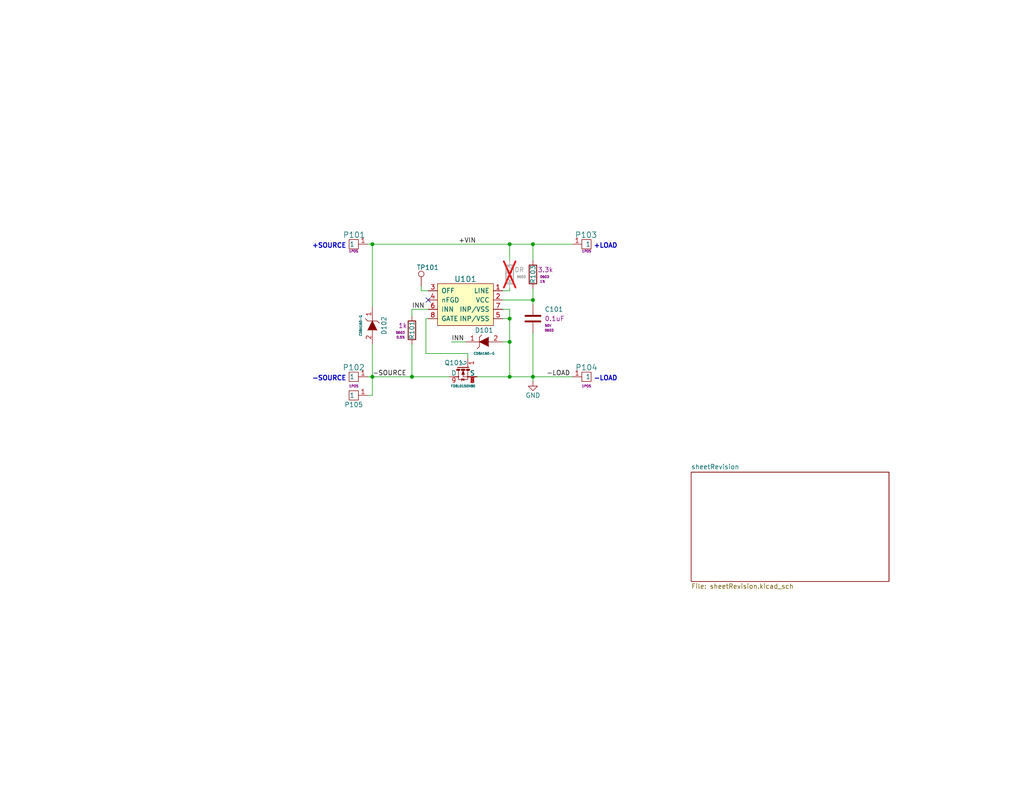
<source format=kicad_sch>
(kicad_sch (version 20231120) (generator "eeschema") (generator_version "8.0")
  (paper "A")
  (title_block (date "2022-07-25") (rev "A0") (company "simple-ee.com"))
  (lib_symbols
    (symbol "Capacitor_0603:C0603C104K5RACAUTO" (pin_numbers hide) (pin_names (offset 0.254))
      (property "Reference" "C" (at 0.635 2.54 0))
      (property "P_Value" "0.1uF" (at 5.08 0 0))
      (property "P_Rating_U" "50V" (at 1.905 -2.54 0))
      (property "Package" "0603" (at 2.54 -3.81 0))
      (symbol "C0603C104K5RACAUTO_0_1"
        (polyline (pts (xy -2.032 -0.762) (xy 2.032 -0.762)) (stroke (width 0.508)))
        (polyline (pts (xy -2.032 0.762) (xy 2.032 0.762)) (stroke (width 0.508)))
      )
      (symbol "C0603C104K5RACAUTO_1_1"
        (pin passive line (at 0 3.81 270) (length 2.794) (name "~") (number "1"))
        (pin passive line (at 0 -3.81 90) (length 2.794) (name "~") (number "2"))
      )
    )
    (symbol "Connectors:TH_1POS_12MM_M5" (pin_names (offset 1.016))
      (property "Reference" "P" (at 0 2.54 0))
      (property "P_Value" "1POS" (at 0 -2.54 0))
      (symbol "TH_1POS_12MM_M5_0_1"
        (rectangle (start -1.27 1.27) (end 1.27 -1.27))
      )
      (symbol "TH_1POS_12MM_M5_1_1"
        (pin input line (at 3.81 0 180) (length 2.54) (name "1") (number "1"))
      )
    )
    (symbol "Connectors:TH_1POS_3.4MM_M3" (pin_names (offset 1.016))
      (property "Reference" "P" (at 0 2.54 0))
      (property "P_Value" "1POS" (at 0 -2.54 0))
      (symbol "TH_1POS_3.4MM_M3_0_1"
        (rectangle (start -1.27 1.27) (end 1.27 -1.27))
      )
      (symbol "TH_1POS_3.4MM_M3_1_1"
        (pin input line (at 3.81 0 180) (length 2.54) (name "1") (number "1"))
      )
    )
    (symbol "Diodes:CDBA160-G" (pin_names (offset 1.016) hide)
      (property "Reference" "D" (at 0.635 2.54 0))
      (property "Value" "CDBA160-G" (at 0 -2.54 0))
      (symbol "CDBA160-G_0_1"
        (polyline (pts (xy -1.27 -1.27) (xy -1.905 -1.905)))
        (polyline (pts (xy -1.27 1.27) (xy -1.27 -1.27)) (stroke (width 0.1524)))
        (polyline (pts (xy -1.27 1.27) (xy -0.635 1.905)))
        (polyline (pts (xy 1.27 1.27) (xy -1.27 0) (xy 1.27 -1.27)) (fill (type outline)))
      )
      (symbol "CDBA160-G_1_1"
        (pin passive line (at -5.08 0 0) (length 3.81) (name "K") (number "1"))
        (pin passive line (at 5.08 0 180) (length 3.81) (name "A") (number "2"))
      )
    )
    (symbol "Heatsinks:Heatsink_28x28x10mm" (pin_names (offset 1.016))
      (property "Reference" "P" (at -1.27 3.81 0))
      (property "P_Value" "1POS" (at -1.27 -1.27 0))
      (symbol "Heatsink_28x28x10mm_0_1"
        (rectangle (start -2.54 2.54) (end 0 0))
      )
      (symbol "Heatsink_28x28x10mm_1_1"
        (pin input line (at 2.54 1.27 180) (length 2.54) (name "1") (number "1"))
      )
    )
    (symbol "OR-ing_Controller:LM5051MAX_NOPB" (pin_names (offset 1.016))
      (property "Reference" "U" (at 0 15.875 0))
      (symbol "LM5051MAX_NOPB_0_1"
        (rectangle (start -7.62 5.715) (end 7.62 -5.715) (fill (type background)))
      )
      (symbol "LM5051MAX_NOPB_1_1"
        (pin power_in line (at 10.16 3.81 180) (length 2.54) (name "LINE") (number "1"))
        (pin power_in line (at 10.16 1.27 180) (length 2.54) (name "VCC") (number "2"))
        (pin input line (at -10.16 3.81 0) (length 2.54) (name "OFF") (number "3"))
        (pin input line (at -10.16 1.27 0) (length 2.54) (name "nFGD") (number "4"))
        (pin input line (at 10.16 -3.81 180) (length 2.54) (name "INP/VSS") (number "5"))
        (pin input line (at -10.16 -1.27 0) (length 2.54) (name "INN") (number "6"))
        (pin input line (at 10.16 -1.27 180) (length 2.54) (name "INP/VSS") (number "7"))
        (pin input line (at -10.16 -3.81 0) (length 2.54) (name "GATE") (number "8"))
      )
    )
    (symbol "Resistors_0603:RC0603FR-073K3L" (pin_numbers hide) (pin_names (offset 0))
      (property "Reference" "R" (at 0 0 90))
      (property "P_Value" "3.3k" (at 2.54 0 90))
      (property "Package" "0603" (at -1.905 0 90))
      (symbol "RC0603FR-073K3L_0_1"
        (rectangle (start -1.016 -2.54) (end 1.016 2.54) (stroke (width 0.254)))
      )
      (symbol "RC0603FR-073K3L_1_1"
        (pin passive line (at 0 3.81 270) (length 1.27) (name "~") (number "1"))
        (pin passive line (at 0 -3.81 90) (length 1.27) (name "~") (number "2"))
      )
    )
    (symbol "Resistors_0603:RMCF0603ZT0R00" (pin_numbers hide) (pin_names (offset 0))
      (property "Reference" "R" (at 0 0 90))
      (property "P_Value" "0R" (at 2.54 0 90))
      (property "Package" "0603" (at -1.905 0 90))
      (symbol "RMCF0603ZT0R00_0_1"
        (rectangle (start -1.016 -2.54) (end 1.016 2.54) (stroke (width 0.254)))
      )
      (symbol "RMCF0603ZT0R00_1_1"
        (pin passive line (at 0 3.81 270) (length 1.27) (name "~") (number "1"))
        (pin passive line (at 0 -3.81 90) (length 1.27) (name "~") (number "2"))
      )
    )
    (symbol "Resistors_0603:RR0816P-102-D" (pin_numbers hide) (pin_names (offset 0))
      (property "Reference" "R" (at 0 0 90))
      (property "P_Value" "1k" (at 2.54 0 90))
      (property "Package" "0603" (at -1.905 0 90))
      (symbol "RR0816P-102-D_0_1"
        (rectangle (start -1.016 -2.54) (end 1.016 2.54) (stroke (width 0.254)))
      )
      (symbol "RR0816P-102-D_1_1"
        (pin passive line (at 0 3.81 270) (length 1.27) (name "~") (number "1"))
        (pin passive line (at 0 -3.81 90) (length 1.27) (name "~") (number "2"))
      )
    )
    (symbol "TestPoint:TestPoint_D1MM" (pin_numbers hide) (pin_names (offset 0.762) hide)
      (property "Reference" "TP" (at 0 6.858 0))
      (property "Value" "TestPoint_D1MM" (at 0 5.08 0))
      (symbol "TestPoint_D1MM_0_1"
        (circle (center 0 3.302) (radius 0.762))
      )
      (symbol "TestPoint_D1MM_1_1"
        (pin passive line (at 0 0 90) (length 2.54) (name "1") (number "1"))
      )
    )
    (symbol "Transistors:FDBL0150N80" (pin_names (offset 0))
      (property "Reference" "Q" (at 5.08 1.905 0))
      (property "Value" "FDBL0150N80" (at 5.08 0 0))
      (symbol "FDBL0150N80_0_1"
        (polyline (pts (xy 0.635 -1.016) (xy 0.635 -1.651)) (stroke (width 0.508)))
        (polyline (pts (xy 0.635 0.381) (xy 0.635 -0.381)) (stroke (width 0.508)))
        (polyline (pts (xy 0.635 1.651) (xy 0.635 1.016)) (stroke (width 0.508)))
        (polyline (pts (xy 3.048 0.381) (xy 2.921 0.254)))
        (polyline (pts (xy 3.048 0.381) (xy 3.556 0.381)))
        (polyline (pts (xy 3.556 0.381) (xy 3.683 0.508)))
        (polyline (pts (xy 0 1.524) (xy 0 -1.524) (xy 0 -1.524)) (stroke (width 0.254)))
        (polyline (pts (xy 0.762 -1.27) (xy 2.54 -1.27) (xy 2.54 -2.54) (xy 2.54 -2.54)))
        (polyline (pts (xy 0.762 1.27) (xy 2.54 1.27) (xy 2.54 2.54) (xy 2.54 2.54)))
        (polyline (pts (xy 2.54 1.27) (xy 3.302 1.27) (xy 3.302 -1.27) (xy 2.54 -1.27)))
        (polyline (pts (xy 3.302 0.381) (xy 3.048 -0.254) (xy 3.556 -0.254) (xy 3.302 0.381)) (fill (type outline)))
        (polyline (pts (xy 0.762 0) (xy 1.27 0) (xy 2.54 0) (xy 2.54 -1.27) (xy 2.54 -1.27)))
        (polyline (pts (xy 0.889 0) (xy 1.905 0.381) (xy 1.905 -0.381) (xy 0.889 0) (xy 1.016 0) (xy 1.016 0)) (fill (type outline)))
        (circle (center 2.54 -1.27) (radius 0.127))
        (circle (center 2.54 1.27) (radius 0.127))
      )
      (symbol "FDBL0150N80_1_1"
        (pin passive line (at -2.54 -1.27 0) (length 2.54) (name "G") (number "1"))
        (pin passive line (at 2.54 -3.81 90) (length 2.54) (name "S") (number "2"))
        (pin passive line (at 2.54 -3.81 90) (length 2.54) (name "S") (number "3"))
        (pin passive line (at 2.54 -3.81 90) (length 2.54) (name "S") (number "4"))
        (pin passive line (at 2.54 -3.81 90) (length 2.54) (name "S") (number "5"))
        (pin passive line (at 2.54 -3.81 90) (length 2.54) (name "S") (number "6"))
        (pin passive line (at 2.54 -3.81 90) (length 2.54) (name "S") (number "7"))
        (pin passive line (at 2.54 -3.81 90) (length 2.54) (name "S") (number "8"))
        (pin passive line (at 2.54 3.81 270) (length 2.54) (name "D") (number "9"))
      )
    )
    (symbol "power:GND" (power) (pin_names (offset 0))
      (property "Value" "GND" (at 0 -3.81 0))
      (symbol "GND_0_1"
        (polyline (pts (xy 0 0) (xy 0 -1.27) (xy 1.27 -1.27) (xy 0 -2.54) (xy -1.27 -1.27) (xy 0 -1.27)))
      )
      (symbol "GND_1_1"
        (pin power_in line (at 0 0 270) (length 0) hide (name "GND") (number "1"))
      )
    )
  )
  (junction (at 145.415 102.87))
  (junction (at 112.395 102.87))
  (junction (at 139.065 102.87))
  (junction (at 145.415 81.915))
  (junction (at 101.6 66.675))
  (junction (at 139.065 66.675))
  (junction (at 145.415 66.675))
  (junction (at 139.065 86.995))
  (junction (at 139.065 93.345))
  (junction (at 101.6 102.87))
  (no_connect (at 116.84 81.915))
  (wire (pts (xy 139.065 78.74) (xy 139.065 79.375)))
  (wire (pts (xy 139.065 102.87) (xy 145.415 102.87)))
  (wire (pts (xy 101.6 93.98) (xy 101.6 102.87)))
  (wire (pts (xy 116.205 96.52) (xy 127.635 96.52)))
  (wire (pts (xy 101.6 66.675) (xy 101.6 83.82)))
  (wire (pts (xy 139.065 84.455) (xy 139.065 86.995)))
  (wire (pts (xy 145.415 66.675) (xy 156.21 66.675)))
  (wire (pts (xy 145.415 90.805) (xy 145.415 102.87)))
  (wire (pts (xy 101.6 107.95) (xy 101.6 102.87)))
  (wire (pts (xy 139.065 79.375) (xy 137.16 79.375)))
  (wire (pts (xy 139.065 102.87) (xy 139.065 93.345)))
  (wire (pts (xy 114.935 78.105) (xy 114.935 79.375)))
  (wire (pts (xy 145.415 81.915) (xy 145.415 83.185)))
  (wire (pts (xy 116.84 86.995) (xy 116.205 86.995)))
  (wire (pts (xy 100.33 66.675) (xy 101.6 66.675)))
  (wire (pts (xy 101.6 102.87) (xy 112.395 102.87)))
  (wire (pts (xy 112.395 102.87) (xy 122.555 102.87)))
  (wire (pts (xy 123.19 93.345) (xy 127 93.345)))
  (wire (pts (xy 137.16 81.915) (xy 145.415 81.915)))
  (wire (pts (xy 139.065 66.675) (xy 139.065 71.12)))
  (wire (pts (xy 127.635 96.52) (xy 127.635 97.79)))
  (wire (pts (xy 139.065 93.345) (xy 139.065 86.995)))
  (wire (pts (xy 137.16 84.455) (xy 139.065 84.455)))
  (wire (pts (xy 145.415 102.87) (xy 145.415 104.14)))
  (wire (pts (xy 130.175 102.87) (xy 139.065 102.87)))
  (wire (pts (xy 101.6 66.675) (xy 139.065 66.675)))
  (wire (pts (xy 114.935 79.375) (xy 116.84 79.375)))
  (wire (pts (xy 145.415 81.915) (xy 145.415 78.74)))
  (wire (pts (xy 112.395 84.455) (xy 112.395 86.36)))
  (wire (pts (xy 139.065 86.995) (xy 137.16 86.995)))
  (wire (pts (xy 116.205 86.995) (xy 116.205 96.52)))
  (wire (pts (xy 112.395 93.98) (xy 112.395 102.87)))
  (wire (pts (xy 145.415 66.675) (xy 139.065 66.675)))
  (wire (pts (xy 137.16 93.345) (xy 139.065 93.345)))
  (wire (pts (xy 100.33 102.87) (xy 101.6 102.87)))
  (wire (pts (xy 145.415 102.87) (xy 156.21 102.87)))
  (wire (pts (xy 112.395 84.455) (xy 116.84 84.455)))
  (wire (pts (xy 145.415 71.12) (xy 145.415 66.675)))
  (wire (pts (xy 100.33 107.95) (xy 101.6 107.95)))
  (text "-LOAD" (at 161.925 104.14 0) (effects (font (size 1.27 1.27) (thickness 0.254) (bold yes)) (justify left bottom)))
  (text "+LOAD" (at 161.925 67.945 0) (effects (font (size 1.27 1.27) (thickness 0.254) (bold yes)) (justify left bottom)))
  (text "-SOURCE" (at 85.09 104.14 0) (effects (font (size 1.27 1.27) (thickness 0.254) (bold yes)) (justify left bottom)))
  (text "+SOURCE" (at 85.09 67.945 0) (effects (font (size 1.27 1.27) (thickness 0.254) (bold yes)) (justify left bottom)))
  (label "-SOURCE" (at 101.6 102.87 0))
  (label "INN" (at 112.395 84.455 0))
  (label "+VIN" (at 125.095 66.675 0))
  (label "-LOAD" (at 155.575 102.87 180))
  (label "INN" (at 123.19 93.345 0))
  (symbol (lib_id "Transistors:FDBL0150N80") (at 126.365 100.33 90) (mirror x) (unit 1)
    (property "Reference" "Q101" (at 123.825 99.06 90))
    (property "Value" "FDBL0150N80" (at 126.365 105.41 90) (effects (font (size 0.635 0.635))))
    (property "Footprint" "HPSOF:HPSOF-8" (effects (hide yes)))
    (property "Manufacturer" "onsemi" (effects (hide yes)))
    (property "P_Value" "NMOS" (effects (hide yes)))
    (property "P_Rating" "80V/300A" (effects (hide yes)))
    (property "Package" "HPSOF-8" (effects (hide yes)))
    (property "P_Digikey" "FDBL0150N80CT-ND" (effects (hide yes)))
  )
  (symbol (lib_id "Capacitor_0603:C0603C104K5RACAUTO") (at 145.415 86.995 0) (unit 1)
    (property "Reference" "C101" (at 148.59 84.4549 0) (effects (justify left)))
    (property "Value" "C0603C104K5RACAUTO" (effects (hide yes)))
    (property "Footprint" "Passives:C_0603_Handsolder" (effects (hide yes)))
    (property "Manufacturer" "KEMET" (effects (hide yes)))
    (property "P_Value" "0.1uF" (at 148.59 86.9949 0) (effects (justify left)))
    (property "P_Rating_U" "50V" (at 148.59 88.9 0) (effects (font (size 0.635 0.635)) (justify left)))
    (property "P_Tolerance" "X7R" (effects (hide yes)))
    (property "Package" "0603" (at 148.59 90.17 0) (effects (font (size 0.635 0.635)) (justify left)))
  )
  (symbol (lib_id "power:GND") (at 145.415 104.14 0) (unit 1)
    (property "Reference" "#PWR0101" (effects (hide yes)))
    (property "Value" "GND" (at 145.415 107.95 0))
  )
  (symbol (lib_id "Connectors:TH_1POS_3.4MM_M3") (at 96.52 66.675 0) (mirror x) (unit 1)
    (property "Reference" "P101" (at 99.695 64.135 0) (effects (font (size 1.524 1.524)) (justify right)))
    (property "Value" "TH_1POS_3.4MM_M3" (effects (hide yes)))
    (property "Footprint" "Connectors_sg:TH_1POS_3.4MMxM3" (effects (hide yes)))
    (property "Manufacturer" "CUSTOM" (effects (hide yes)))
    (property "P_Value" "1POS" (at 97.79 68.58 0) (effects (font (size 0.635 0.635)) (justify right)))
    (property "P_Rating_U" "##" (effects (hide yes)))
    (property "P_Tolerance" "10MM" (effects (hide yes)))
    (property "Package" "TH_M6" (effects (hide yes)))
  )
  (symbol (lib_id "Diodes:CDBA160-G") (at 101.6 88.9 270) (unit 1)
    (property "Reference" "D102" (at 104.775 88.9 0))
    (property "Value" "CDBA160-G" (at 98.425 88.9 0) (effects (font (size 0.635 0.635))))
    (property "Footprint" "Diodes:D_SMA" (effects (hide yes)))
    (property "Manufacturer" "Comchip Technology" (effects (hide yes)))
    (property "P_Value" "Schottky" (effects (hide yes)))
    (property "P_Rating" "60V, 1A" (effects (hide yes)))
    (property "P_Tolerance" "0.700V" (effects (hide yes)))
    (property "Package" "SMA" (effects (hide yes)))
    (property "P_Digikey" "641-1092-1-ND" (effects (hide yes)))
  )
  (symbol (lib_id "Heatsinks:Heatsink_28x28x10mm") (at 97.79 109.22 0) (unit 1)
    (property "Reference" "P105" (at 96.52 110.49 0))
    (property "Value" "Heatsink_28x28x10mm" (effects (hide yes)))
    (property "Footprint" "Heatsinks_sg:Heatsink_28x28x10mm" (effects (hide yes)))
    (property "Manufacturer" "###" (effects (hide yes)))
    (property "P_Value" "1POS" (effects (hide yes)))
    (property "P_Rating_U" "###" (effects (hide yes)))
    (property "P_Tolerance" "28mm" (effects (hide yes)))
    (property "Package" "SMD" (effects (hide yes)))
  )
  (symbol (lib_id "Connectors:TH_1POS_12MM_M5") (at 160.02 102.87 0) (mirror y) (unit 1)
    (property "Reference" "P104" (at 160.02 100.33 0) (effects (font (size 1.524 1.524))))
    (property "Value" "TH_1POS_12MM_M5" (effects (hide yes)))
    (property "Footprint" "Connectors_sg:TH_1POS_12MMxM5" (effects (hide yes)))
    (property "Manufacturer" "CUSTOM" (effects (hide yes)))
    (property "P_Value" "1POS" (at 160.02 105.41 0) (effects (font (size 0.635 0.635))))
    (property "P_Rating_U" "##" (effects (hide yes)))
    (property "P_Tolerance" "10MM" (effects (hide yes)))
    (property "Package" "TH_M5" (effects (hide yes)))
  )
  (symbol (lib_id "Diodes:CDBA160-G") (at 132.08 93.345 0) (unit 1)
    (property "Reference" "D101" (at 132.08 90.17 0))
    (property "Value" "CDBA160-G" (at 132.08 96.52 0) (effects (font (size 0.635 0.635))))
    (property "Footprint" "Diodes:D_SMA" (effects (hide yes)))
    (property "Manufacturer" "Comchip Technology" (effects (hide yes)))
    (property "P_Value" "Schottky" (effects (hide yes)))
    (property "P_Rating" "60V, 1A" (effects (hide yes)))
    (property "P_Tolerance" "0.700V" (effects (hide yes)))
    (property "Package" "SMA" (effects (hide yes)))
    (property "P_Digikey" "641-1092-1-ND" (effects (hide yes)))
  )
  (symbol (lib_id "Connectors:TH_1POS_3.4MM_M3") (at 160.02 66.675 180) (unit 1)
    (property "Reference" "P103" (at 156.845 64.135 0) (effects (font (size 1.524 1.524)) (justify right)))
    (property "Value" "TH_1POS_3.4MM_M3" (effects (hide yes)))
    (property "Footprint" "Connectors_sg:TH_1POS_3.4MMxM3" (effects (hide yes)))
    (property "Manufacturer" "CUSTOM" (effects (hide yes)))
    (property "P_Value" "1POS" (at 158.75 68.58 0) (effects (font (size 0.635 0.635)) (justify right)))
    (property "P_Rating_U" "##" (effects (hide yes)))
    (property "P_Tolerance" "10MM" (effects (hide yes)))
    (property "Package" "TH_M6" (effects (hide yes)))
  )
  (symbol (lib_id "Resistors_0603:RMCF0603ZT0R00") (at 139.065 74.93 0) (unit 1) (dnp yes)
    (property "Reference" "R102" (at 139.065 74.93 90))
    (property "Value" "RMCF0603ZT0R00" (effects (hide yes)))
    (property "Footprint" "Passives:R_0603_Handsolder" (effects (hide yes)))
    (property "Manufacturer" "Stackpole Electronics Inc." (effects (hide yes)))
    (property "P_Value" "0R" (at 140.335 73.66 0) (effects (justify left)))
    (property "P_Rating" "1/10W" (effects (hide yes)))
    (property "Package" "0603" (at 140.97 75.565 0) (effects (font (size 0.635 0.635)) (justify left)))
  )
  (symbol (lib_id "Resistors_0603:RC0603FR-073K3L") (at 145.415 74.93 0) (unit 1)
    (property "Reference" "R103" (at 145.415 74.93 90))
    (property "Value" "RC0603FR-073K3L" (effects (hide yes)))
    (property "Footprint" "Passives:R_0603_Handsolder" (effects (hide yes)))
    (property "Manufacturer" "Yageo" (effects (hide yes)))
    (property "P_Value" "3.3k" (at 146.685 73.66 0) (effects (justify left)))
    (property "P_Rating_U" "1/10W" (effects (hide yes)))
    (property "P_Tolerance" "1%" (at 147.32 76.835 0) (effects (font (size 0.635 0.635)) (justify left)))
    (property "Package" "0603" (at 147.32 75.565 0) (effects (font (size 0.635 0.635)) (justify left)))
  )
  (symbol (lib_id "TestPoint:TestPoint_D1MM") (at 114.935 78.105 0) (unit 1)
    (property "Reference" "TP101" (at 113.665 73.025 0) (effects (justify left)))
    (property "Value" "TestPoint_D1MM" (effects (hide yes)))
    (property "Footprint" "TestPoint:TestPoint_Pad_D1.0mm" (effects (hide yes)))
  )
  (symbol (lib_id "Resistors_0603:RR0816P-102-D") (at 112.395 90.17 0) (mirror y) (unit 1)
    (property "Reference" "R101" (at 112.395 90.17 90))
    (property "Value" "RR0816P-102-D" (effects (hide yes)))
    (property "Footprint" "Passives:R_0603_Handsolder" (effects (hide yes)))
    (property "Manufacturer" "Susumu" (effects (hide yes)))
    (property "P_Value" "1k" (at 111.125 88.9 0) (effects (justify left)))
    (property "P_Rating_U" "1/16W" (effects (hide yes)))
    (property "P_Tolerance" "0.5%" (at 110.49 92.075 0) (effects (font (size 0.635 0.635)) (justify left)))
    (property "Package" "0603" (at 110.49 90.805 0) (effects (font (size 0.635 0.635)) (justify left)))
  )
  (symbol (lib_id "Connectors:TH_1POS_12MM_M5") (at 96.52 102.87 0) (unit 1)
    (property "Reference" "P102" (at 96.52 100.33 0) (effects (font (size 1.524 1.524))))
    (property "Value" "TH_1POS_12MM_M5" (effects (hide yes)))
    (property "Footprint" "Connectors_sg:TH_1POS_12MMxM5" (effects (hide yes)))
    (property "Manufacturer" "CUSTOM" (effects (hide yes)))
    (property "P_Value" "1POS" (at 96.52 105.41 0) (effects (font (size 0.635 0.635))))
    (property "P_Rating_U" "##" (effects (hide yes)))
    (property "P_Tolerance" "10MM" (effects (hide yes)))
    (property "Package" "TH_M5" (effects (hide yes)))
  )
  (symbol (lib_id "OR-ing_Controller:LM5051MAX_NOPB") (at 127 83.185 0) (unit 1)
    (property "Reference" "U101" (at 127 76.2 0) (effects (font (size 1.524 1.524))))
    (property "Value" "LM5051MAX_NOPB" (effects (hide yes)))
    (property "Footprint" "SOIC:SOIC-8" (effects (hide yes)))
    (property "P_Value" "OR-ing" (effects (hide yes)))
    (property "P_Rating" "-100V / 2A" (effects (hide yes)))
    (property "P_Tolerance" "120ns delay" (effects (hide yes)))
    (property "Package" "SOIC-8" (effects (hide yes)))
    (property "P_Digikey" "296-48582-1-ND" (effects (hide yes)))
  )
  (sheet (at 188.595 128.905) (size 53.975 29.845) (stroke (width 0.1524))
    (property "Sheetname" "sheetRevision" (at 188.595 128.1934 0) (effects (justify left bottom)))
    (property "Sheetfile" "sheetRevision.kicad_sch" (at 188.595 159.3346 0) (effects (justify left top)))
  )
)
</source>
